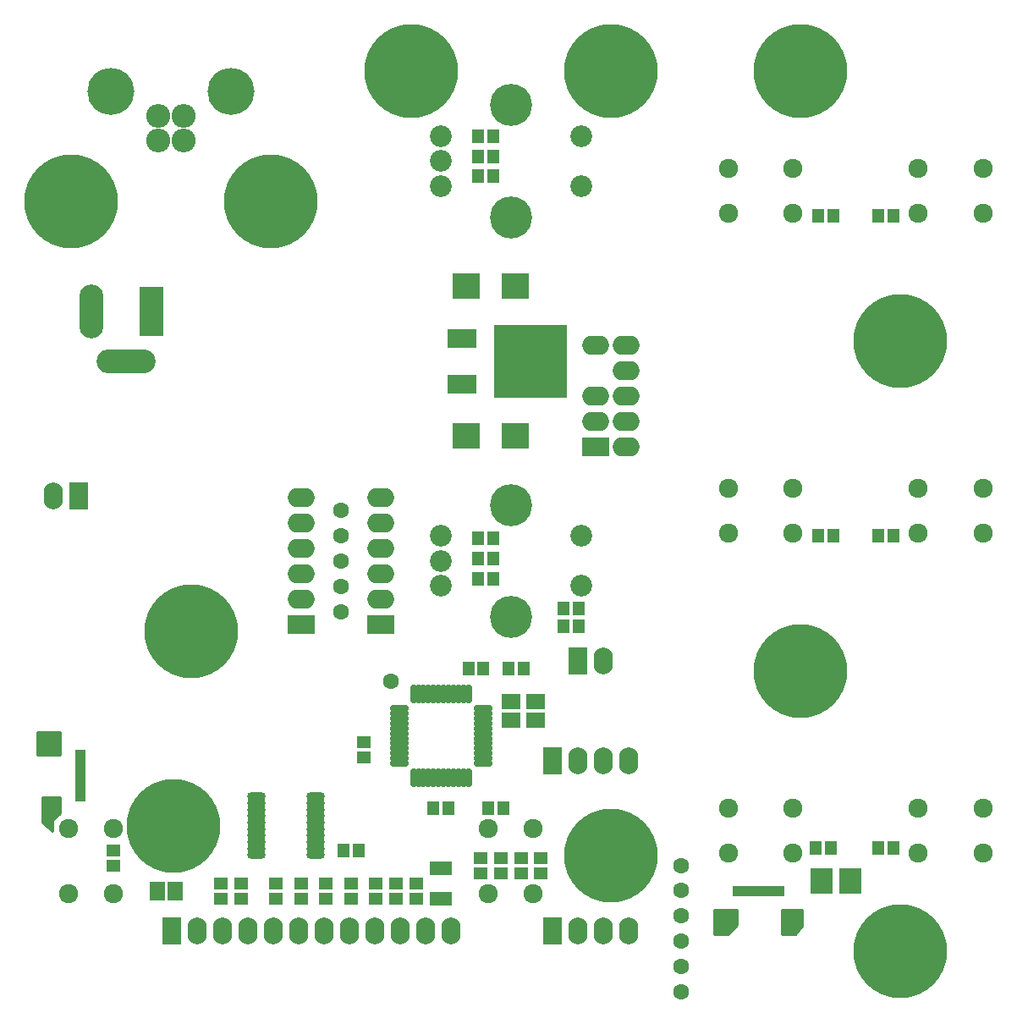
<source format=gbs>
G04 #@! TF.FileFunction,Soldermask,Bot*
%FSLAX46Y46*%
G04 Gerber Fmt 4.6, Leading zero omitted, Abs format (unit mm)*
G04 Created by KiCad (PCBNEW (2015-11-18 BZR 6323, Git 5ab5a1f)-product) date Thu 19 Nov 2015 11:51:04 PM EST*
%MOMM*%
G01*
G04 APERTURE LIST*
%ADD10C,0.100000*%
%ADD11R,2.686000X1.924000*%
%ADD12O,2.686000X1.924000*%
%ADD13R,2.750000X2.650000*%
%ADD14R,2.400000X4.900000*%
%ADD15O,2.400000X5.400000*%
%ADD16O,5.900000X2.400000*%
%ADD17R,1.924000X2.686000*%
%ADD18O,1.924000X2.686000*%
%ADD19C,1.600000*%
%ADD20R,1.100000X0.700000*%
%ADD21R,1.400000X0.700000*%
%ADD22R,0.700000X1.100000*%
%ADD23R,0.700000X1.400000*%
%ADD24C,9.400000*%
%ADD25C,1.400000*%
%ADD26O,0.700000X1.900000*%
%ADD27O,1.900000X0.700000*%
%ADD28R,2.850000X1.850000*%
%ADD29R,7.350000X7.350000*%
%ADD30R,1.850000X1.550000*%
%ADD31R,1.350000X1.300000*%
%ADD32R,1.300000X1.350000*%
%ADD33C,4.700000*%
%ADD34O,2.400000X2.400000*%
%ADD35R,1.250000X1.400000*%
%ADD36R,1.400000X1.250000*%
%ADD37R,2.200000X1.450000*%
%ADD38C,1.924000*%
%ADD39C,2.178000*%
%ADD40C,4.210000*%
%ADD41O,1.850000X0.850000*%
%ADD42R,2.200000X2.650000*%
%ADD43R,1.550000X1.850000*%
%ADD44C,0.254000*%
G04 APERTURE END LIST*
D10*
D11*
X58476000Y-43580000D03*
D12*
X58476000Y-41040000D03*
X58476000Y-38500000D03*
X58476000Y-33420000D03*
X61524000Y-43580000D03*
X61524000Y-41040000D03*
X61524000Y-38500000D03*
X61524000Y-35960000D03*
X61524000Y-33420000D03*
D13*
X50450000Y-27500000D03*
X45550000Y-27500000D03*
D14*
X14000000Y-30000000D03*
D15*
X8000000Y-30000000D03*
D16*
X11500000Y-35000000D03*
D17*
X54190000Y-92000000D03*
D18*
X56730000Y-92000000D03*
X59270000Y-92000000D03*
X61810000Y-92000000D03*
D19*
X67000000Y-85500000D03*
X67000000Y-98080000D03*
X67000000Y-87920000D03*
X67000000Y-95540000D03*
X67000000Y-90460000D03*
X67000000Y-93000000D03*
D20*
X6900000Y-78750000D03*
X6900000Y-78250000D03*
X6900000Y-77750000D03*
X6900000Y-77250000D03*
X6900000Y-76750000D03*
X6900000Y-76250000D03*
X6900000Y-75750000D03*
X6900000Y-75250000D03*
X6900000Y-74750000D03*
X6900000Y-74250000D03*
D21*
X4250000Y-79540000D03*
X4250000Y-73460000D03*
D22*
X77000000Y-88000000D03*
X76500000Y-88000000D03*
X76000000Y-88000000D03*
X75500000Y-88000000D03*
X75000000Y-88000000D03*
X74500000Y-88000000D03*
X74000000Y-88000000D03*
X73500000Y-88000000D03*
X73000000Y-88000000D03*
X72500000Y-88000000D03*
D23*
X77790000Y-90650000D03*
X71710000Y-90650000D03*
D24*
X79000000Y-6000000D03*
D25*
X79000000Y-3000000D03*
X81600000Y-4500000D03*
X81600000Y-7500000D03*
X79000000Y-9000000D03*
X76400000Y-7500000D03*
X76400000Y-4500000D03*
D24*
X89000000Y-33000000D03*
D25*
X89000000Y-30000000D03*
X91600000Y-31500000D03*
X91600000Y-34500000D03*
X89000000Y-36000000D03*
X86400000Y-34500000D03*
X86400000Y-31500000D03*
D24*
X79000000Y-66000000D03*
D25*
X79000000Y-63000000D03*
X81600000Y-64500000D03*
X81600000Y-67500000D03*
X79000000Y-69000000D03*
X76400000Y-67500000D03*
X76400000Y-64500000D03*
D24*
X89000000Y-94000000D03*
D25*
X89000000Y-91000000D03*
X91600000Y-92500000D03*
X91600000Y-95500000D03*
X89000000Y-97000000D03*
X86400000Y-95500000D03*
X86400000Y-92500000D03*
D24*
X60000000Y-6000000D03*
D25*
X60000000Y-3000000D03*
X62600000Y-4500000D03*
X62600000Y-7500000D03*
X60000000Y-9000000D03*
X57400000Y-7500000D03*
X57400000Y-4500000D03*
D24*
X40000000Y-6000000D03*
D25*
X40000000Y-3000000D03*
X42600000Y-4500000D03*
X42600000Y-7500000D03*
X40000000Y-9000000D03*
X37400000Y-7500000D03*
X37400000Y-4500000D03*
D24*
X60000000Y-84500000D03*
D25*
X60000000Y-81500000D03*
X62600000Y-83000000D03*
X62600000Y-86000000D03*
X60000000Y-87500000D03*
X57400000Y-86000000D03*
X57400000Y-83000000D03*
D24*
X16250000Y-81500000D03*
D25*
X16250000Y-78500000D03*
X18850000Y-80000000D03*
X18850000Y-83000000D03*
X16250000Y-84500000D03*
X13650000Y-83000000D03*
X13650000Y-80000000D03*
D26*
X45750000Y-76700000D03*
X45250000Y-76700000D03*
X44750000Y-76700000D03*
X44250000Y-76700000D03*
X43750000Y-76700000D03*
X43250000Y-76700000D03*
X42750000Y-76700000D03*
X42250000Y-76700000D03*
X41750000Y-76700000D03*
X41250000Y-76700000D03*
X40750000Y-76700000D03*
X40250000Y-76700000D03*
D27*
X38800000Y-75250000D03*
X38800000Y-74750000D03*
X38800000Y-74250000D03*
X38800000Y-73750000D03*
X38800000Y-73250000D03*
X38800000Y-72750000D03*
X38800000Y-72250000D03*
X38800000Y-71750000D03*
X38800000Y-71250000D03*
X38800000Y-70750000D03*
X38800000Y-70250000D03*
X38800000Y-69750000D03*
D26*
X40250000Y-68300000D03*
X40750000Y-68300000D03*
X41250000Y-68300000D03*
X41750000Y-68300000D03*
X42250000Y-68300000D03*
X42750000Y-68300000D03*
X43250000Y-68300000D03*
X43750000Y-68300000D03*
X44250000Y-68300000D03*
X44750000Y-68300000D03*
X45250000Y-68300000D03*
X45750000Y-68300000D03*
D27*
X47200000Y-69750000D03*
X47200000Y-70250000D03*
X47200000Y-70750000D03*
X47200000Y-71250000D03*
X47200000Y-71750000D03*
X47200000Y-72250000D03*
X47200000Y-72750000D03*
X47200000Y-73250000D03*
X47200000Y-73750000D03*
X47200000Y-74250000D03*
X47200000Y-74750000D03*
X47200000Y-75250000D03*
D28*
X45100000Y-37300000D03*
X45100000Y-32700000D03*
D29*
X52000000Y-35000000D03*
D19*
X33000000Y-49920000D03*
X33000000Y-52460000D03*
X33000000Y-55000000D03*
X33000000Y-57540000D03*
X33000000Y-60080000D03*
D13*
X50450000Y-42500000D03*
X45550000Y-42500000D03*
D30*
X52500000Y-70900000D03*
X52500000Y-69100000D03*
D31*
X35300000Y-74650000D03*
X35300000Y-73150000D03*
D32*
X42250000Y-79750000D03*
X43750000Y-79750000D03*
D30*
X50000000Y-70900000D03*
X50000000Y-69100000D03*
D31*
X36500000Y-88750000D03*
X36500000Y-87250000D03*
D33*
X22020000Y-8000000D03*
X9980000Y-8000000D03*
D34*
X14750000Y-12960000D03*
X17250000Y-12960000D03*
X17250000Y-10460000D03*
X14750000Y-10460000D03*
D35*
X49750000Y-65750000D03*
X51250000Y-65750000D03*
X88250000Y-52500000D03*
X86750000Y-52500000D03*
D36*
X10250000Y-84000000D03*
X10250000Y-85500000D03*
D35*
X80500000Y-83750000D03*
X82000000Y-83750000D03*
X88250000Y-83750000D03*
X86750000Y-83750000D03*
D36*
X21000000Y-88750000D03*
X21000000Y-87250000D03*
X31500000Y-88750000D03*
X31500000Y-87250000D03*
X38500000Y-87250000D03*
X38500000Y-88750000D03*
X40500000Y-87250000D03*
X40500000Y-88750000D03*
X23000000Y-88750000D03*
X23000000Y-87250000D03*
X34000000Y-88750000D03*
X34000000Y-87250000D03*
X26500000Y-88750000D03*
X26500000Y-87250000D03*
D35*
X80750000Y-52500000D03*
X82250000Y-52500000D03*
D36*
X29000000Y-88750000D03*
X29000000Y-87250000D03*
D37*
X43000000Y-88750000D03*
X43000000Y-85750000D03*
D35*
X80750000Y-20500000D03*
X82250000Y-20500000D03*
X88250000Y-20500000D03*
X86750000Y-20500000D03*
X46750000Y-12500000D03*
X48250000Y-12500000D03*
X46750000Y-16500000D03*
X48250000Y-16500000D03*
X46750000Y-52750000D03*
X48250000Y-52750000D03*
X46750000Y-56750000D03*
X48250000Y-56750000D03*
X46750000Y-14500000D03*
X48250000Y-14500000D03*
X46750000Y-54750000D03*
X48250000Y-54750000D03*
X47750000Y-79750000D03*
X49250000Y-79750000D03*
D38*
X71748800Y-84250440D03*
X78251200Y-84250440D03*
X71748800Y-79749560D03*
X78251200Y-79749560D03*
X90748800Y-84250440D03*
X97251200Y-84250440D03*
X90748800Y-79749560D03*
X97251200Y-79749560D03*
X71748800Y-52250440D03*
X78251200Y-52250440D03*
X71748800Y-47749560D03*
X78251200Y-47749560D03*
X71748800Y-20250440D03*
X78251200Y-20250440D03*
X71748800Y-15749560D03*
X78251200Y-15749560D03*
X90748800Y-20250440D03*
X97251200Y-20250440D03*
X90748800Y-15749560D03*
X97251200Y-15749560D03*
D39*
X42999760Y-15000000D03*
X42999760Y-17499360D03*
X42999760Y-12500640D03*
X57000240Y-17499360D03*
X57000240Y-12500640D03*
D40*
X50000000Y-20600700D03*
X50000000Y-9399300D03*
D39*
X42999760Y-55000000D03*
X42999760Y-57499360D03*
X42999760Y-52500640D03*
X57000240Y-57499360D03*
X57000240Y-52500640D03*
D40*
X50000000Y-60600700D03*
X50000000Y-49399300D03*
D38*
X47749560Y-81748800D03*
X47749560Y-88251200D03*
X52250440Y-81748800D03*
X52250440Y-88251200D03*
D17*
X16030000Y-92000000D03*
D18*
X18570000Y-92000000D03*
X21110000Y-92000000D03*
X23650000Y-92000000D03*
X26190000Y-92000000D03*
X28730000Y-92000000D03*
X31270000Y-92000000D03*
X33810000Y-92000000D03*
X36350000Y-92000000D03*
X38890000Y-92000000D03*
X41430000Y-92000000D03*
X43970000Y-92000000D03*
D24*
X6000000Y-19000000D03*
D25*
X6000000Y-16000000D03*
X8600000Y-17500000D03*
X8600000Y-20500000D03*
X6000000Y-22000000D03*
X3400000Y-20500000D03*
X3400000Y-17500000D03*
D24*
X26000000Y-19000000D03*
D25*
X26000000Y-16000000D03*
X28600000Y-17500000D03*
X28600000Y-20500000D03*
X26000000Y-22000000D03*
X23400000Y-20500000D03*
X23400000Y-17500000D03*
D24*
X18000000Y-62000000D03*
D25*
X18000000Y-59000000D03*
X20600000Y-60500000D03*
X20600000Y-63500000D03*
X18000000Y-65000000D03*
X15400000Y-63500000D03*
X15400000Y-60500000D03*
D17*
X54190000Y-75000000D03*
D18*
X56730000Y-75000000D03*
X59270000Y-75000000D03*
X61810000Y-75000000D03*
D32*
X33250000Y-84000000D03*
X34750000Y-84000000D03*
D31*
X49000000Y-84750000D03*
X49000000Y-86250000D03*
X53000000Y-84750000D03*
X53000000Y-86250000D03*
D36*
X47000000Y-86250000D03*
X47000000Y-84750000D03*
X51000000Y-86250000D03*
X51000000Y-84750000D03*
D11*
X37000000Y-61350000D03*
D12*
X37000000Y-58810000D03*
X37000000Y-56270000D03*
X37000000Y-53730000D03*
X37000000Y-51190000D03*
X37000000Y-48650000D03*
D11*
X29000000Y-61350000D03*
D12*
X29000000Y-58810000D03*
X29000000Y-56270000D03*
X29000000Y-53730000D03*
X29000000Y-51190000D03*
X29000000Y-48650000D03*
D38*
X90748800Y-52250440D03*
X97251200Y-52250440D03*
X90748800Y-47749560D03*
X97251200Y-47749560D03*
X10250440Y-88251200D03*
X10250440Y-81748800D03*
X5749560Y-88251200D03*
X5749560Y-81748800D03*
D32*
X47250000Y-65750000D03*
X45750000Y-65750000D03*
D17*
X6770000Y-48500000D03*
D18*
X4230000Y-48500000D03*
D41*
X24550000Y-84425000D03*
X24550000Y-83775000D03*
X24550000Y-83125000D03*
X24550000Y-82475000D03*
X24550000Y-81825000D03*
X24550000Y-81175000D03*
X24550000Y-80525000D03*
X24550000Y-79875000D03*
X24550000Y-79225000D03*
X24550000Y-78575000D03*
X30450000Y-78575000D03*
X30450000Y-79225000D03*
X30450000Y-79875000D03*
X30450000Y-80525000D03*
X30450000Y-81175000D03*
X30450000Y-81825000D03*
X30450000Y-82475000D03*
X30450000Y-83125000D03*
X30450000Y-83775000D03*
X30450000Y-84425000D03*
D42*
X83950000Y-87000000D03*
X81050000Y-87000000D03*
D43*
X16400000Y-88000000D03*
X14600000Y-88000000D03*
D17*
X56730000Y-65000000D03*
D18*
X59270000Y-65000000D03*
D35*
X56750000Y-59750000D03*
X55250000Y-59750000D03*
X55250000Y-61500000D03*
X56750000Y-61500000D03*
D19*
X38000000Y-67000000D03*
D44*
G36*
X72623000Y-91447394D02*
X71697394Y-92373000D01*
X70377000Y-92373000D01*
X70377000Y-89877000D01*
X72623000Y-89877000D01*
X72623000Y-91447394D01*
X72623000Y-91447394D01*
G37*
X72623000Y-91447394D02*
X71697394Y-92373000D01*
X70377000Y-92373000D01*
X70377000Y-89877000D01*
X72623000Y-89877000D01*
X72623000Y-91447394D01*
G36*
X79123000Y-91457667D02*
X78436500Y-92373000D01*
X77127000Y-92373000D01*
X77127000Y-89877000D01*
X79123000Y-89877000D01*
X79123000Y-91457667D01*
X79123000Y-91457667D01*
G37*
X79123000Y-91457667D02*
X78436500Y-92373000D01*
X77127000Y-92373000D01*
X77127000Y-89877000D01*
X79123000Y-89877000D01*
X79123000Y-91457667D01*
G36*
X4873000Y-80197394D02*
X4160197Y-80910197D01*
X4132334Y-80952211D01*
X4123000Y-81000000D01*
X4123000Y-81985761D01*
X3127000Y-81188961D01*
X3127000Y-78627000D01*
X4873000Y-78627000D01*
X4873000Y-80197394D01*
X4873000Y-80197394D01*
G37*
X4873000Y-80197394D02*
X4160197Y-80910197D01*
X4132334Y-80952211D01*
X4123000Y-81000000D01*
X4123000Y-81985761D01*
X3127000Y-81188961D01*
X3127000Y-78627000D01*
X4873000Y-78627000D01*
X4873000Y-80197394D01*
G36*
X4873000Y-74373000D02*
X2627000Y-74373000D01*
X2627000Y-72127000D01*
X4873000Y-72127000D01*
X4873000Y-74373000D01*
X4873000Y-74373000D01*
G37*
X4873000Y-74373000D02*
X2627000Y-74373000D01*
X2627000Y-72127000D01*
X4873000Y-72127000D01*
X4873000Y-74373000D01*
M02*

</source>
